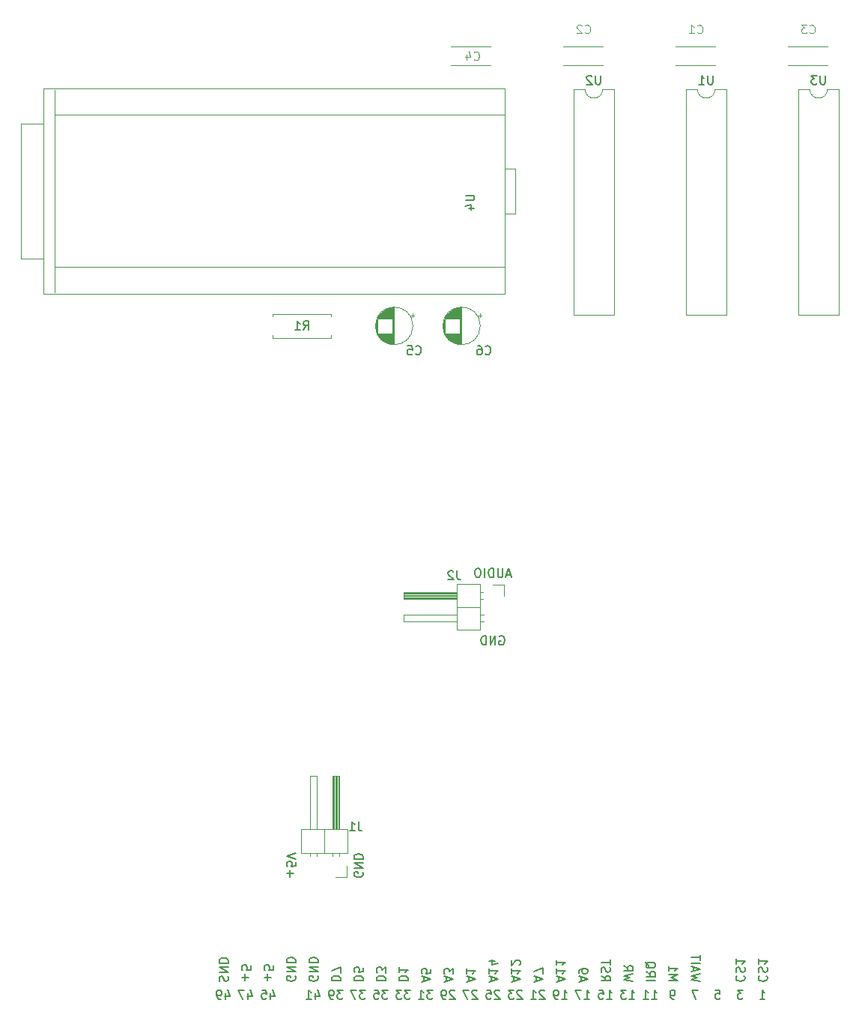
<source format=gbo>
G04 #@! TF.GenerationSoftware,KiCad,Pcbnew,(6.0.9)*
G04 #@! TF.CreationDate,2024-04-26T19:01:12+02:00*
G04 #@! TF.ProjectId,Cartucho_MSX_LCD_Tang_Nano_20k,43617274-7563-4686-9f5f-4d53585f4c43,rev?*
G04 #@! TF.SameCoordinates,Original*
G04 #@! TF.FileFunction,Legend,Bot*
G04 #@! TF.FilePolarity,Positive*
%FSLAX46Y46*%
G04 Gerber Fmt 4.6, Leading zero omitted, Abs format (unit mm)*
G04 Created by KiCad (PCBNEW (6.0.9)) date 2024-04-26 19:01:12*
%MOMM*%
%LPD*%
G01*
G04 APERTURE LIST*
%ADD10C,0.150000*%
%ADD11C,0.096520*%
%ADD12C,0.120000*%
%ADD13C,0.100000*%
%ADD14C,4.900000*%
%ADD15R,1.270000X7.620000*%
%ADD16C,1.600000*%
%ADD17O,1.600000X1.600000*%
%ADD18R,2.400000X1.600000*%
%ADD19O,2.400000X1.600000*%
%ADD20R,1.200000X1.200000*%
%ADD21C,1.200000*%
%ADD22R,1.700000X1.700000*%
%ADD23O,1.700000X1.700000*%
%ADD24R,1.600000X2.400000*%
%ADD25O,1.600000X2.400000*%
G04 APERTURE END LIST*
D10*
X141954285Y-152217380D02*
X142525714Y-152217380D01*
X142240000Y-152217380D02*
X142240000Y-151217380D01*
X142335238Y-151360238D01*
X142430476Y-151455476D01*
X142525714Y-151503095D01*
X131627619Y-150159404D02*
X132627619Y-150159404D01*
X131913333Y-149826071D01*
X132627619Y-149492738D01*
X131627619Y-149492738D01*
X131627619Y-148492738D02*
X131627619Y-149064166D01*
X131627619Y-148778452D02*
X132627619Y-148778452D01*
X132484761Y-148873690D01*
X132389523Y-148968928D01*
X132341904Y-149064166D01*
X103973333Y-150207023D02*
X103973333Y-149730833D01*
X103687619Y-150302261D02*
X104687619Y-149968928D01*
X103687619Y-149635595D01*
X104687619Y-148826071D02*
X104687619Y-149302261D01*
X104211428Y-149349880D01*
X104259047Y-149302261D01*
X104306666Y-149207023D01*
X104306666Y-148968928D01*
X104259047Y-148873690D01*
X104211428Y-148826071D01*
X104116190Y-148778452D01*
X103878095Y-148778452D01*
X103782857Y-148826071D01*
X103735238Y-148873690D01*
X103687619Y-148968928D01*
X103687619Y-149207023D01*
X103735238Y-149302261D01*
X103782857Y-149349880D01*
X115061904Y-151312619D02*
X115014285Y-151265000D01*
X114919047Y-151217380D01*
X114680952Y-151217380D01*
X114585714Y-151265000D01*
X114538095Y-151312619D01*
X114490476Y-151407857D01*
X114490476Y-151503095D01*
X114538095Y-151645952D01*
X115109523Y-152217380D01*
X114490476Y-152217380D01*
X114157142Y-151217380D02*
X113538095Y-151217380D01*
X113871428Y-151598333D01*
X113728571Y-151598333D01*
X113633333Y-151645952D01*
X113585714Y-151693571D01*
X113538095Y-151788809D01*
X113538095Y-152026904D01*
X113585714Y-152122142D01*
X113633333Y-152169761D01*
X113728571Y-152217380D01*
X114014285Y-152217380D01*
X114109523Y-152169761D01*
X114157142Y-152122142D01*
X98607619Y-150159404D02*
X99607619Y-150159404D01*
X99607619Y-149921309D01*
X99560000Y-149778452D01*
X99464761Y-149683214D01*
X99369523Y-149635595D01*
X99179047Y-149587976D01*
X99036190Y-149587976D01*
X98845714Y-149635595D01*
X98750476Y-149683214D01*
X98655238Y-149778452D01*
X98607619Y-149921309D01*
X98607619Y-150159404D01*
X99607619Y-149254642D02*
X99607619Y-148635595D01*
X99226666Y-148968928D01*
X99226666Y-148826071D01*
X99179047Y-148730833D01*
X99131428Y-148683214D01*
X99036190Y-148635595D01*
X98798095Y-148635595D01*
X98702857Y-148683214D01*
X98655238Y-148730833D01*
X98607619Y-148826071D01*
X98607619Y-149111785D01*
X98655238Y-149207023D01*
X98702857Y-149254642D01*
X83748571Y-150159404D02*
X83748571Y-149397500D01*
X83367619Y-149778452D02*
X84129523Y-149778452D01*
X84367619Y-148445119D02*
X84367619Y-148921309D01*
X83891428Y-148968928D01*
X83939047Y-148921309D01*
X83986666Y-148826071D01*
X83986666Y-148587976D01*
X83939047Y-148492738D01*
X83891428Y-148445119D01*
X83796190Y-148397500D01*
X83558095Y-148397500D01*
X83462857Y-148445119D01*
X83415238Y-148492738D01*
X83367619Y-148587976D01*
X83367619Y-148826071D01*
X83415238Y-148921309D01*
X83462857Y-148968928D01*
X132270476Y-152217380D02*
X132080000Y-152217380D01*
X131984761Y-152169761D01*
X131937142Y-152122142D01*
X131841904Y-151979285D01*
X131794285Y-151788809D01*
X131794285Y-151407857D01*
X131841904Y-151312619D01*
X131889523Y-151265000D01*
X131984761Y-151217380D01*
X132175238Y-151217380D01*
X132270476Y-151265000D01*
X132318095Y-151312619D01*
X132365714Y-151407857D01*
X132365714Y-151645952D01*
X132318095Y-151741190D01*
X132270476Y-151788809D01*
X132175238Y-151836428D01*
X131984761Y-151836428D01*
X131889523Y-151788809D01*
X131841904Y-151741190D01*
X131794285Y-151645952D01*
X88828571Y-138445714D02*
X88828571Y-137683809D01*
X88447619Y-138064761D02*
X89209523Y-138064761D01*
X89447619Y-136731428D02*
X89447619Y-137207619D01*
X88971428Y-137255238D01*
X89019047Y-137207619D01*
X89066666Y-137112380D01*
X89066666Y-136874285D01*
X89019047Y-136779047D01*
X88971428Y-136731428D01*
X88876190Y-136683809D01*
X88638095Y-136683809D01*
X88542857Y-136731428D01*
X88495238Y-136779047D01*
X88447619Y-136874285D01*
X88447619Y-137112380D01*
X88495238Y-137207619D01*
X88542857Y-137255238D01*
X89447619Y-136398095D02*
X88447619Y-136064761D01*
X89447619Y-135731428D01*
X112521904Y-111260000D02*
X112617142Y-111212380D01*
X112760000Y-111212380D01*
X112902857Y-111260000D01*
X112998095Y-111355238D01*
X113045714Y-111450476D01*
X113093333Y-111640952D01*
X113093333Y-111783809D01*
X113045714Y-111974285D01*
X112998095Y-112069523D01*
X112902857Y-112164761D01*
X112760000Y-112212380D01*
X112664761Y-112212380D01*
X112521904Y-112164761D01*
X112474285Y-112117142D01*
X112474285Y-111783809D01*
X112664761Y-111783809D01*
X112045714Y-112212380D02*
X112045714Y-111212380D01*
X111474285Y-112212380D01*
X111474285Y-111212380D01*
X110998095Y-112212380D02*
X110998095Y-111212380D01*
X110760000Y-111212380D01*
X110617142Y-111260000D01*
X110521904Y-111355238D01*
X110474285Y-111450476D01*
X110426666Y-111640952D01*
X110426666Y-111783809D01*
X110474285Y-111974285D01*
X110521904Y-112069523D01*
X110617142Y-112164761D01*
X110760000Y-112212380D01*
X110998095Y-112212380D01*
X96067619Y-150159404D02*
X97067619Y-150159404D01*
X97067619Y-149921309D01*
X97020000Y-149778452D01*
X96924761Y-149683214D01*
X96829523Y-149635595D01*
X96639047Y-149587976D01*
X96496190Y-149587976D01*
X96305714Y-149635595D01*
X96210476Y-149683214D01*
X96115238Y-149778452D01*
X96067619Y-149921309D01*
X96067619Y-150159404D01*
X97067619Y-148683214D02*
X97067619Y-149159404D01*
X96591428Y-149207023D01*
X96639047Y-149159404D01*
X96686666Y-149064166D01*
X96686666Y-148826071D01*
X96639047Y-148730833D01*
X96591428Y-148683214D01*
X96496190Y-148635595D01*
X96258095Y-148635595D01*
X96162857Y-148683214D01*
X96115238Y-148730833D01*
X96067619Y-148826071D01*
X96067619Y-149064166D01*
X96115238Y-149159404D01*
X96162857Y-149207023D01*
X136921904Y-151217380D02*
X137398095Y-151217380D01*
X137445714Y-151693571D01*
X137398095Y-151645952D01*
X137302857Y-151598333D01*
X137064761Y-151598333D01*
X136969523Y-151645952D01*
X136921904Y-151693571D01*
X136874285Y-151788809D01*
X136874285Y-152026904D01*
X136921904Y-152122142D01*
X136969523Y-152169761D01*
X137064761Y-152217380D01*
X137302857Y-152217380D01*
X137398095Y-152169761D01*
X137445714Y-152122142D01*
X80875238Y-150207023D02*
X80827619Y-150064166D01*
X80827619Y-149826071D01*
X80875238Y-149730833D01*
X80922857Y-149683214D01*
X81018095Y-149635595D01*
X81113333Y-149635595D01*
X81208571Y-149683214D01*
X81256190Y-149730833D01*
X81303809Y-149826071D01*
X81351428Y-150016547D01*
X81399047Y-150111785D01*
X81446666Y-150159404D01*
X81541904Y-150207023D01*
X81637142Y-150207023D01*
X81732380Y-150159404D01*
X81780000Y-150111785D01*
X81827619Y-150016547D01*
X81827619Y-149778452D01*
X81780000Y-149635595D01*
X80827619Y-149207023D02*
X81827619Y-149207023D01*
X80827619Y-148635595D01*
X81827619Y-148635595D01*
X80827619Y-148159404D02*
X81827619Y-148159404D01*
X81827619Y-147921309D01*
X81780000Y-147778452D01*
X81684761Y-147683214D01*
X81589523Y-147635595D01*
X81399047Y-147587976D01*
X81256190Y-147587976D01*
X81065714Y-147635595D01*
X80970476Y-147683214D01*
X80875238Y-147778452D01*
X80827619Y-147921309D01*
X80827619Y-148159404D01*
X121753333Y-150207023D02*
X121753333Y-149730833D01*
X121467619Y-150302261D02*
X122467619Y-149968928D01*
X121467619Y-149635595D01*
X121467619Y-149254642D02*
X121467619Y-149064166D01*
X121515238Y-148968928D01*
X121562857Y-148921309D01*
X121705714Y-148826071D01*
X121896190Y-148778452D01*
X122277142Y-148778452D01*
X122372380Y-148826071D01*
X122420000Y-148873690D01*
X122467619Y-148968928D01*
X122467619Y-149159404D01*
X122420000Y-149254642D01*
X122372380Y-149302261D01*
X122277142Y-149349880D01*
X122039047Y-149349880D01*
X121943809Y-149302261D01*
X121896190Y-149254642D01*
X121848571Y-149159404D01*
X121848571Y-148968928D01*
X121896190Y-148873690D01*
X121943809Y-148826071D01*
X122039047Y-148778452D01*
X124007619Y-149587976D02*
X124483809Y-149921309D01*
X124007619Y-150159404D02*
X125007619Y-150159404D01*
X125007619Y-149778452D01*
X124960000Y-149683214D01*
X124912380Y-149635595D01*
X124817142Y-149587976D01*
X124674285Y-149587976D01*
X124579047Y-149635595D01*
X124531428Y-149683214D01*
X124483809Y-149778452D01*
X124483809Y-150159404D01*
X124055238Y-149207023D02*
X124007619Y-149064166D01*
X124007619Y-148826071D01*
X124055238Y-148730833D01*
X124102857Y-148683214D01*
X124198095Y-148635595D01*
X124293333Y-148635595D01*
X124388571Y-148683214D01*
X124436190Y-148730833D01*
X124483809Y-148826071D01*
X124531428Y-149016547D01*
X124579047Y-149111785D01*
X124626666Y-149159404D01*
X124721904Y-149207023D01*
X124817142Y-149207023D01*
X124912380Y-149159404D01*
X124960000Y-149111785D01*
X125007619Y-149016547D01*
X125007619Y-148778452D01*
X124960000Y-148635595D01*
X125007619Y-148349880D02*
X125007619Y-147778452D01*
X124007619Y-148064166D02*
X125007619Y-148064166D01*
X139342857Y-149587976D02*
X139295238Y-149635595D01*
X139247619Y-149778452D01*
X139247619Y-149873690D01*
X139295238Y-150016547D01*
X139390476Y-150111785D01*
X139485714Y-150159404D01*
X139676190Y-150207023D01*
X139819047Y-150207023D01*
X140009523Y-150159404D01*
X140104761Y-150111785D01*
X140200000Y-150016547D01*
X140247619Y-149873690D01*
X140247619Y-149778452D01*
X140200000Y-149635595D01*
X140152380Y-149587976D01*
X139295238Y-149207023D02*
X139247619Y-149064166D01*
X139247619Y-148826071D01*
X139295238Y-148730833D01*
X139342857Y-148683214D01*
X139438095Y-148635595D01*
X139533333Y-148635595D01*
X139628571Y-148683214D01*
X139676190Y-148730833D01*
X139723809Y-148826071D01*
X139771428Y-149016547D01*
X139819047Y-149111785D01*
X139866666Y-149159404D01*
X139961904Y-149207023D01*
X140057142Y-149207023D01*
X140152380Y-149159404D01*
X140200000Y-149111785D01*
X140247619Y-149016547D01*
X140247619Y-148778452D01*
X140200000Y-148635595D01*
X139247619Y-147683214D02*
X139247619Y-148254642D01*
X139247619Y-147968928D02*
X140247619Y-147968928D01*
X140104761Y-148064166D01*
X140009523Y-148159404D01*
X139961904Y-148254642D01*
X140152380Y-147302261D02*
X140200000Y-147254642D01*
X140247619Y-147159404D01*
X140247619Y-146921309D01*
X140200000Y-146826071D01*
X140152380Y-146778452D01*
X140057142Y-146730833D01*
X139961904Y-146730833D01*
X139819047Y-146778452D01*
X139247619Y-147349880D01*
X139247619Y-146730833D01*
X101147619Y-150159404D02*
X102147619Y-150159404D01*
X102147619Y-149921309D01*
X102100000Y-149778452D01*
X102004761Y-149683214D01*
X101909523Y-149635595D01*
X101719047Y-149587976D01*
X101576190Y-149587976D01*
X101385714Y-149635595D01*
X101290476Y-149683214D01*
X101195238Y-149778452D01*
X101147619Y-149921309D01*
X101147619Y-150159404D01*
X101147619Y-148635595D02*
X101147619Y-149207023D01*
X101147619Y-148921309D02*
X102147619Y-148921309D01*
X102004761Y-149016547D01*
X101909523Y-149111785D01*
X101861904Y-149207023D01*
X117601904Y-151312619D02*
X117554285Y-151265000D01*
X117459047Y-151217380D01*
X117220952Y-151217380D01*
X117125714Y-151265000D01*
X117078095Y-151312619D01*
X117030476Y-151407857D01*
X117030476Y-151503095D01*
X117078095Y-151645952D01*
X117649523Y-152217380D01*
X117030476Y-152217380D01*
X116078095Y-152217380D02*
X116649523Y-152217380D01*
X116363809Y-152217380D02*
X116363809Y-151217380D01*
X116459047Y-151360238D01*
X116554285Y-151455476D01*
X116649523Y-151503095D01*
X91725714Y-151550714D02*
X91725714Y-152217380D01*
X91963809Y-151169761D02*
X92201904Y-151884047D01*
X91582857Y-151884047D01*
X90678095Y-152217380D02*
X91249523Y-152217380D01*
X90963809Y-152217380D02*
X90963809Y-151217380D01*
X91059047Y-151360238D01*
X91154285Y-151455476D01*
X91249523Y-151503095D01*
X94789523Y-151217380D02*
X94170476Y-151217380D01*
X94503809Y-151598333D01*
X94360952Y-151598333D01*
X94265714Y-151645952D01*
X94218095Y-151693571D01*
X94170476Y-151788809D01*
X94170476Y-152026904D01*
X94218095Y-152122142D01*
X94265714Y-152169761D01*
X94360952Y-152217380D01*
X94646666Y-152217380D01*
X94741904Y-152169761D01*
X94789523Y-152122142D01*
X93694285Y-152217380D02*
X93503809Y-152217380D01*
X93408571Y-152169761D01*
X93360952Y-152122142D01*
X93265714Y-151979285D01*
X93218095Y-151788809D01*
X93218095Y-151407857D01*
X93265714Y-151312619D01*
X93313333Y-151265000D01*
X93408571Y-151217380D01*
X93599047Y-151217380D01*
X93694285Y-151265000D01*
X93741904Y-151312619D01*
X93789523Y-151407857D01*
X93789523Y-151645952D01*
X93741904Y-151741190D01*
X93694285Y-151788809D01*
X93599047Y-151836428D01*
X93408571Y-151836428D01*
X93313333Y-151788809D01*
X93265714Y-151741190D01*
X93218095Y-151645952D01*
X127547619Y-150254642D02*
X126547619Y-150016547D01*
X127261904Y-149826071D01*
X126547619Y-149635595D01*
X127547619Y-149397500D01*
X126547619Y-148445119D02*
X127023809Y-148778452D01*
X126547619Y-149016547D02*
X127547619Y-149016547D01*
X127547619Y-148635595D01*
X127500000Y-148540357D01*
X127452380Y-148492738D01*
X127357142Y-148445119D01*
X127214285Y-148445119D01*
X127119047Y-148492738D01*
X127071428Y-148540357D01*
X127023809Y-148635595D01*
X127023809Y-149016547D01*
X140033333Y-151217380D02*
X139414285Y-151217380D01*
X139747619Y-151598333D01*
X139604761Y-151598333D01*
X139509523Y-151645952D01*
X139461904Y-151693571D01*
X139414285Y-151788809D01*
X139414285Y-152026904D01*
X139461904Y-152122142D01*
X139509523Y-152169761D01*
X139604761Y-152217380D01*
X139890476Y-152217380D01*
X139985714Y-152169761D01*
X140033333Y-152122142D01*
X124650476Y-152217380D02*
X125221904Y-152217380D01*
X124936190Y-152217380D02*
X124936190Y-151217380D01*
X125031428Y-151360238D01*
X125126666Y-151455476D01*
X125221904Y-151503095D01*
X123745714Y-151217380D02*
X124221904Y-151217380D01*
X124269523Y-151693571D01*
X124221904Y-151645952D01*
X124126666Y-151598333D01*
X123888571Y-151598333D01*
X123793333Y-151645952D01*
X123745714Y-151693571D01*
X123698095Y-151788809D01*
X123698095Y-152026904D01*
X123745714Y-152122142D01*
X123793333Y-152169761D01*
X123888571Y-152217380D01*
X124126666Y-152217380D01*
X124221904Y-152169761D01*
X124269523Y-152122142D01*
X112521904Y-151312619D02*
X112474285Y-151265000D01*
X112379047Y-151217380D01*
X112140952Y-151217380D01*
X112045714Y-151265000D01*
X111998095Y-151312619D01*
X111950476Y-151407857D01*
X111950476Y-151503095D01*
X111998095Y-151645952D01*
X112569523Y-152217380D01*
X111950476Y-152217380D01*
X111045714Y-151217380D02*
X111521904Y-151217380D01*
X111569523Y-151693571D01*
X111521904Y-151645952D01*
X111426666Y-151598333D01*
X111188571Y-151598333D01*
X111093333Y-151645952D01*
X111045714Y-151693571D01*
X110998095Y-151788809D01*
X110998095Y-152026904D01*
X111045714Y-152122142D01*
X111093333Y-152169761D01*
X111188571Y-152217380D01*
X111426666Y-152217380D01*
X111521904Y-152169761D01*
X111569523Y-152122142D01*
X106513333Y-150207023D02*
X106513333Y-149730833D01*
X106227619Y-150302261D02*
X107227619Y-149968928D01*
X106227619Y-149635595D01*
X107227619Y-149397500D02*
X107227619Y-148778452D01*
X106846666Y-149111785D01*
X106846666Y-148968928D01*
X106799047Y-148873690D01*
X106751428Y-148826071D01*
X106656190Y-148778452D01*
X106418095Y-148778452D01*
X106322857Y-148826071D01*
X106275238Y-148873690D01*
X106227619Y-148968928D01*
X106227619Y-149254642D01*
X106275238Y-149349880D01*
X106322857Y-149397500D01*
X113783809Y-104306666D02*
X113307619Y-104306666D01*
X113879047Y-104592380D02*
X113545714Y-103592380D01*
X113212380Y-104592380D01*
X112879047Y-103592380D02*
X112879047Y-104401904D01*
X112831428Y-104497142D01*
X112783809Y-104544761D01*
X112688571Y-104592380D01*
X112498095Y-104592380D01*
X112402857Y-104544761D01*
X112355238Y-104497142D01*
X112307619Y-104401904D01*
X112307619Y-103592380D01*
X111831428Y-104592380D02*
X111831428Y-103592380D01*
X111593333Y-103592380D01*
X111450476Y-103640000D01*
X111355238Y-103735238D01*
X111307619Y-103830476D01*
X111260000Y-104020952D01*
X111260000Y-104163809D01*
X111307619Y-104354285D01*
X111355238Y-104449523D01*
X111450476Y-104544761D01*
X111593333Y-104592380D01*
X111831428Y-104592380D01*
X110831428Y-104592380D02*
X110831428Y-103592380D01*
X110164761Y-103592380D02*
X109974285Y-103592380D01*
X109879047Y-103640000D01*
X109783809Y-103735238D01*
X109736190Y-103925714D01*
X109736190Y-104259047D01*
X109783809Y-104449523D01*
X109879047Y-104544761D01*
X109974285Y-104592380D01*
X110164761Y-104592380D01*
X110260000Y-104544761D01*
X110355238Y-104449523D01*
X110402857Y-104259047D01*
X110402857Y-103925714D01*
X110355238Y-103735238D01*
X110260000Y-103640000D01*
X110164761Y-103592380D01*
X127190476Y-152217380D02*
X127761904Y-152217380D01*
X127476190Y-152217380D02*
X127476190Y-151217380D01*
X127571428Y-151360238D01*
X127666666Y-151455476D01*
X127761904Y-151503095D01*
X126857142Y-151217380D02*
X126238095Y-151217380D01*
X126571428Y-151598333D01*
X126428571Y-151598333D01*
X126333333Y-151645952D01*
X126285714Y-151693571D01*
X126238095Y-151788809D01*
X126238095Y-152026904D01*
X126285714Y-152122142D01*
X126333333Y-152169761D01*
X126428571Y-152217380D01*
X126714285Y-152217380D01*
X126809523Y-152169761D01*
X126857142Y-152122142D01*
X89400000Y-149635595D02*
X89447619Y-149730833D01*
X89447619Y-149873690D01*
X89400000Y-150016547D01*
X89304761Y-150111785D01*
X89209523Y-150159404D01*
X89019047Y-150207023D01*
X88876190Y-150207023D01*
X88685714Y-150159404D01*
X88590476Y-150111785D01*
X88495238Y-150016547D01*
X88447619Y-149873690D01*
X88447619Y-149778452D01*
X88495238Y-149635595D01*
X88542857Y-149587976D01*
X88876190Y-149587976D01*
X88876190Y-149778452D01*
X88447619Y-149159404D02*
X89447619Y-149159404D01*
X88447619Y-148587976D01*
X89447619Y-148587976D01*
X88447619Y-148111785D02*
X89447619Y-148111785D01*
X89447619Y-147873690D01*
X89400000Y-147730833D01*
X89304761Y-147635595D01*
X89209523Y-147587976D01*
X89019047Y-147540357D01*
X88876190Y-147540357D01*
X88685714Y-147587976D01*
X88590476Y-147635595D01*
X88495238Y-147730833D01*
X88447619Y-147873690D01*
X88447619Y-148111785D01*
X141882857Y-149587976D02*
X141835238Y-149635595D01*
X141787619Y-149778452D01*
X141787619Y-149873690D01*
X141835238Y-150016547D01*
X141930476Y-150111785D01*
X142025714Y-150159404D01*
X142216190Y-150207023D01*
X142359047Y-150207023D01*
X142549523Y-150159404D01*
X142644761Y-150111785D01*
X142740000Y-150016547D01*
X142787619Y-149873690D01*
X142787619Y-149778452D01*
X142740000Y-149635595D01*
X142692380Y-149587976D01*
X141835238Y-149207023D02*
X141787619Y-149064166D01*
X141787619Y-148826071D01*
X141835238Y-148730833D01*
X141882857Y-148683214D01*
X141978095Y-148635595D01*
X142073333Y-148635595D01*
X142168571Y-148683214D01*
X142216190Y-148730833D01*
X142263809Y-148826071D01*
X142311428Y-149016547D01*
X142359047Y-149111785D01*
X142406666Y-149159404D01*
X142501904Y-149207023D01*
X142597142Y-149207023D01*
X142692380Y-149159404D01*
X142740000Y-149111785D01*
X142787619Y-149016547D01*
X142787619Y-148778452D01*
X142740000Y-148635595D01*
X141787619Y-147683214D02*
X141787619Y-148254642D01*
X141787619Y-147968928D02*
X142787619Y-147968928D01*
X142644761Y-148064166D01*
X142549523Y-148159404D01*
X142501904Y-148254642D01*
X116673333Y-150207023D02*
X116673333Y-149730833D01*
X116387619Y-150302261D02*
X117387619Y-149968928D01*
X116387619Y-149635595D01*
X117387619Y-149397500D02*
X117387619Y-148730833D01*
X116387619Y-149159404D01*
X86645714Y-151550714D02*
X86645714Y-152217380D01*
X86883809Y-151169761D02*
X87121904Y-151884047D01*
X86502857Y-151884047D01*
X85645714Y-151217380D02*
X86121904Y-151217380D01*
X86169523Y-151693571D01*
X86121904Y-151645952D01*
X86026666Y-151598333D01*
X85788571Y-151598333D01*
X85693333Y-151645952D01*
X85645714Y-151693571D01*
X85598095Y-151788809D01*
X85598095Y-152026904D01*
X85645714Y-152122142D01*
X85693333Y-152169761D01*
X85788571Y-152217380D01*
X86026666Y-152217380D01*
X86121904Y-152169761D01*
X86169523Y-152122142D01*
X134953333Y-151217380D02*
X134286666Y-151217380D01*
X134715238Y-152217380D01*
X129087619Y-150159404D02*
X130087619Y-150159404D01*
X129087619Y-149111785D02*
X129563809Y-149445119D01*
X129087619Y-149683214D02*
X130087619Y-149683214D01*
X130087619Y-149302261D01*
X130040000Y-149207023D01*
X129992380Y-149159404D01*
X129897142Y-149111785D01*
X129754285Y-149111785D01*
X129659047Y-149159404D01*
X129611428Y-149207023D01*
X129563809Y-149302261D01*
X129563809Y-149683214D01*
X128992380Y-148016547D02*
X129040000Y-148111785D01*
X129135238Y-148207023D01*
X129278095Y-148349880D01*
X129325714Y-148445119D01*
X129325714Y-148540357D01*
X129087619Y-148492738D02*
X129135238Y-148587976D01*
X129230476Y-148683214D01*
X129420952Y-148730833D01*
X129754285Y-148730833D01*
X129944761Y-148683214D01*
X130040000Y-148587976D01*
X130087619Y-148492738D01*
X130087619Y-148302261D01*
X130040000Y-148207023D01*
X129944761Y-148111785D01*
X129754285Y-148064166D01*
X129420952Y-148064166D01*
X129230476Y-148111785D01*
X129135238Y-148207023D01*
X129087619Y-148302261D01*
X129087619Y-148492738D01*
X104949523Y-151217380D02*
X104330476Y-151217380D01*
X104663809Y-151598333D01*
X104520952Y-151598333D01*
X104425714Y-151645952D01*
X104378095Y-151693571D01*
X104330476Y-151788809D01*
X104330476Y-152026904D01*
X104378095Y-152122142D01*
X104425714Y-152169761D01*
X104520952Y-152217380D01*
X104806666Y-152217380D01*
X104901904Y-152169761D01*
X104949523Y-152122142D01*
X103378095Y-152217380D02*
X103949523Y-152217380D01*
X103663809Y-152217380D02*
X103663809Y-151217380D01*
X103759047Y-151360238D01*
X103854285Y-151455476D01*
X103949523Y-151503095D01*
X111593333Y-150207023D02*
X111593333Y-149730833D01*
X111307619Y-150302261D02*
X112307619Y-149968928D01*
X111307619Y-149635595D01*
X111307619Y-148778452D02*
X111307619Y-149349880D01*
X111307619Y-149064166D02*
X112307619Y-149064166D01*
X112164761Y-149159404D01*
X112069523Y-149254642D01*
X112021904Y-149349880D01*
X111974285Y-147921309D02*
X111307619Y-147921309D01*
X112355238Y-148159404D02*
X111640952Y-148397500D01*
X111640952Y-147778452D01*
X114133333Y-150207023D02*
X114133333Y-149730833D01*
X113847619Y-150302261D02*
X114847619Y-149968928D01*
X113847619Y-149635595D01*
X113847619Y-148778452D02*
X113847619Y-149349880D01*
X113847619Y-149064166D02*
X114847619Y-149064166D01*
X114704761Y-149159404D01*
X114609523Y-149254642D01*
X114561904Y-149349880D01*
X114752380Y-148397500D02*
X114800000Y-148349880D01*
X114847619Y-148254642D01*
X114847619Y-148016547D01*
X114800000Y-147921309D01*
X114752380Y-147873690D01*
X114657142Y-147826071D01*
X114561904Y-147826071D01*
X114419047Y-147873690D01*
X113847619Y-148445119D01*
X113847619Y-147826071D01*
X109053333Y-150207023D02*
X109053333Y-149730833D01*
X108767619Y-150302261D02*
X109767619Y-149968928D01*
X108767619Y-149635595D01*
X108767619Y-148778452D02*
X108767619Y-149349880D01*
X108767619Y-149064166D02*
X109767619Y-149064166D01*
X109624761Y-149159404D01*
X109529523Y-149254642D01*
X109481904Y-149349880D01*
X91940000Y-149635595D02*
X91987619Y-149730833D01*
X91987619Y-149873690D01*
X91940000Y-150016547D01*
X91844761Y-150111785D01*
X91749523Y-150159404D01*
X91559047Y-150207023D01*
X91416190Y-150207023D01*
X91225714Y-150159404D01*
X91130476Y-150111785D01*
X91035238Y-150016547D01*
X90987619Y-149873690D01*
X90987619Y-149778452D01*
X91035238Y-149635595D01*
X91082857Y-149587976D01*
X91416190Y-149587976D01*
X91416190Y-149778452D01*
X90987619Y-149159404D02*
X91987619Y-149159404D01*
X90987619Y-148587976D01*
X91987619Y-148587976D01*
X90987619Y-148111785D02*
X91987619Y-148111785D01*
X91987619Y-147873690D01*
X91940000Y-147730833D01*
X91844761Y-147635595D01*
X91749523Y-147587976D01*
X91559047Y-147540357D01*
X91416190Y-147540357D01*
X91225714Y-147587976D01*
X91130476Y-147635595D01*
X91035238Y-147730833D01*
X90987619Y-147873690D01*
X90987619Y-148111785D01*
X102409523Y-151217380D02*
X101790476Y-151217380D01*
X102123809Y-151598333D01*
X101980952Y-151598333D01*
X101885714Y-151645952D01*
X101838095Y-151693571D01*
X101790476Y-151788809D01*
X101790476Y-152026904D01*
X101838095Y-152122142D01*
X101885714Y-152169761D01*
X101980952Y-152217380D01*
X102266666Y-152217380D01*
X102361904Y-152169761D01*
X102409523Y-152122142D01*
X101457142Y-151217380D02*
X100838095Y-151217380D01*
X101171428Y-151598333D01*
X101028571Y-151598333D01*
X100933333Y-151645952D01*
X100885714Y-151693571D01*
X100838095Y-151788809D01*
X100838095Y-152026904D01*
X100885714Y-152122142D01*
X100933333Y-152169761D01*
X101028571Y-152217380D01*
X101314285Y-152217380D01*
X101409523Y-152169761D01*
X101457142Y-152122142D01*
X97020000Y-137921904D02*
X97067619Y-138017142D01*
X97067619Y-138160000D01*
X97020000Y-138302857D01*
X96924761Y-138398095D01*
X96829523Y-138445714D01*
X96639047Y-138493333D01*
X96496190Y-138493333D01*
X96305714Y-138445714D01*
X96210476Y-138398095D01*
X96115238Y-138302857D01*
X96067619Y-138160000D01*
X96067619Y-138064761D01*
X96115238Y-137921904D01*
X96162857Y-137874285D01*
X96496190Y-137874285D01*
X96496190Y-138064761D01*
X96067619Y-137445714D02*
X97067619Y-137445714D01*
X96067619Y-136874285D01*
X97067619Y-136874285D01*
X96067619Y-136398095D02*
X97067619Y-136398095D01*
X97067619Y-136160000D01*
X97020000Y-136017142D01*
X96924761Y-135921904D01*
X96829523Y-135874285D01*
X96639047Y-135826666D01*
X96496190Y-135826666D01*
X96305714Y-135874285D01*
X96210476Y-135921904D01*
X96115238Y-136017142D01*
X96067619Y-136160000D01*
X96067619Y-136398095D01*
X99869523Y-151217380D02*
X99250476Y-151217380D01*
X99583809Y-151598333D01*
X99440952Y-151598333D01*
X99345714Y-151645952D01*
X99298095Y-151693571D01*
X99250476Y-151788809D01*
X99250476Y-152026904D01*
X99298095Y-152122142D01*
X99345714Y-152169761D01*
X99440952Y-152217380D01*
X99726666Y-152217380D01*
X99821904Y-152169761D01*
X99869523Y-152122142D01*
X98345714Y-151217380D02*
X98821904Y-151217380D01*
X98869523Y-151693571D01*
X98821904Y-151645952D01*
X98726666Y-151598333D01*
X98488571Y-151598333D01*
X98393333Y-151645952D01*
X98345714Y-151693571D01*
X98298095Y-151788809D01*
X98298095Y-152026904D01*
X98345714Y-152122142D01*
X98393333Y-152169761D01*
X98488571Y-152217380D01*
X98726666Y-152217380D01*
X98821904Y-152169761D01*
X98869523Y-152122142D01*
X97329523Y-151217380D02*
X96710476Y-151217380D01*
X97043809Y-151598333D01*
X96900952Y-151598333D01*
X96805714Y-151645952D01*
X96758095Y-151693571D01*
X96710476Y-151788809D01*
X96710476Y-152026904D01*
X96758095Y-152122142D01*
X96805714Y-152169761D01*
X96900952Y-152217380D01*
X97186666Y-152217380D01*
X97281904Y-152169761D01*
X97329523Y-152122142D01*
X96377142Y-151217380D02*
X95710476Y-151217380D01*
X96139047Y-152217380D01*
X119213333Y-150207023D02*
X119213333Y-149730833D01*
X118927619Y-150302261D02*
X119927619Y-149968928D01*
X118927619Y-149635595D01*
X118927619Y-148778452D02*
X118927619Y-149349880D01*
X118927619Y-149064166D02*
X119927619Y-149064166D01*
X119784761Y-149159404D01*
X119689523Y-149254642D01*
X119641904Y-149349880D01*
X118927619Y-147826071D02*
X118927619Y-148397500D01*
X118927619Y-148111785D02*
X119927619Y-148111785D01*
X119784761Y-148207023D01*
X119689523Y-148302261D01*
X119641904Y-148397500D01*
X135167619Y-150254642D02*
X134167619Y-150016547D01*
X134881904Y-149826071D01*
X134167619Y-149635595D01*
X135167619Y-149397500D01*
X134453333Y-149064166D02*
X134453333Y-148587976D01*
X134167619Y-149159404D02*
X135167619Y-148826071D01*
X134167619Y-148492738D01*
X134167619Y-148159404D02*
X135167619Y-148159404D01*
X135167619Y-147826071D02*
X135167619Y-147254642D01*
X134167619Y-147540357D02*
X135167619Y-147540357D01*
X129730476Y-152217380D02*
X130301904Y-152217380D01*
X130016190Y-152217380D02*
X130016190Y-151217380D01*
X130111428Y-151360238D01*
X130206666Y-151455476D01*
X130301904Y-151503095D01*
X128778095Y-152217380D02*
X129349523Y-152217380D01*
X129063809Y-152217380D02*
X129063809Y-151217380D01*
X129159047Y-151360238D01*
X129254285Y-151455476D01*
X129349523Y-151503095D01*
X84105714Y-151550714D02*
X84105714Y-152217380D01*
X84343809Y-151169761D02*
X84581904Y-151884047D01*
X83962857Y-151884047D01*
X83677142Y-151217380D02*
X83010476Y-151217380D01*
X83439047Y-152217380D01*
X122110476Y-152217380D02*
X122681904Y-152217380D01*
X122396190Y-152217380D02*
X122396190Y-151217380D01*
X122491428Y-151360238D01*
X122586666Y-151455476D01*
X122681904Y-151503095D01*
X121777142Y-151217380D02*
X121110476Y-151217380D01*
X121539047Y-152217380D01*
X119570476Y-152217380D02*
X120141904Y-152217380D01*
X119856190Y-152217380D02*
X119856190Y-151217380D01*
X119951428Y-151360238D01*
X120046666Y-151455476D01*
X120141904Y-151503095D01*
X119094285Y-152217380D02*
X118903809Y-152217380D01*
X118808571Y-152169761D01*
X118760952Y-152122142D01*
X118665714Y-151979285D01*
X118618095Y-151788809D01*
X118618095Y-151407857D01*
X118665714Y-151312619D01*
X118713333Y-151265000D01*
X118808571Y-151217380D01*
X118999047Y-151217380D01*
X119094285Y-151265000D01*
X119141904Y-151312619D01*
X119189523Y-151407857D01*
X119189523Y-151645952D01*
X119141904Y-151741190D01*
X119094285Y-151788809D01*
X118999047Y-151836428D01*
X118808571Y-151836428D01*
X118713333Y-151788809D01*
X118665714Y-151741190D01*
X118618095Y-151645952D01*
X86288571Y-150159404D02*
X86288571Y-149397500D01*
X85907619Y-149778452D02*
X86669523Y-149778452D01*
X86907619Y-148445119D02*
X86907619Y-148921309D01*
X86431428Y-148968928D01*
X86479047Y-148921309D01*
X86526666Y-148826071D01*
X86526666Y-148587976D01*
X86479047Y-148492738D01*
X86431428Y-148445119D01*
X86336190Y-148397500D01*
X86098095Y-148397500D01*
X86002857Y-148445119D01*
X85955238Y-148492738D01*
X85907619Y-148587976D01*
X85907619Y-148826071D01*
X85955238Y-148921309D01*
X86002857Y-148968928D01*
X81565714Y-151550714D02*
X81565714Y-152217380D01*
X81803809Y-151169761D02*
X82041904Y-151884047D01*
X81422857Y-151884047D01*
X80994285Y-152217380D02*
X80803809Y-152217380D01*
X80708571Y-152169761D01*
X80660952Y-152122142D01*
X80565714Y-151979285D01*
X80518095Y-151788809D01*
X80518095Y-151407857D01*
X80565714Y-151312619D01*
X80613333Y-151265000D01*
X80708571Y-151217380D01*
X80899047Y-151217380D01*
X80994285Y-151265000D01*
X81041904Y-151312619D01*
X81089523Y-151407857D01*
X81089523Y-151645952D01*
X81041904Y-151741190D01*
X80994285Y-151788809D01*
X80899047Y-151836428D01*
X80708571Y-151836428D01*
X80613333Y-151788809D01*
X80565714Y-151741190D01*
X80518095Y-151645952D01*
X109981904Y-151312619D02*
X109934285Y-151265000D01*
X109839047Y-151217380D01*
X109600952Y-151217380D01*
X109505714Y-151265000D01*
X109458095Y-151312619D01*
X109410476Y-151407857D01*
X109410476Y-151503095D01*
X109458095Y-151645952D01*
X110029523Y-152217380D01*
X109410476Y-152217380D01*
X109077142Y-151217380D02*
X108410476Y-151217380D01*
X108839047Y-152217380D01*
X107441904Y-151312619D02*
X107394285Y-151265000D01*
X107299047Y-151217380D01*
X107060952Y-151217380D01*
X106965714Y-151265000D01*
X106918095Y-151312619D01*
X106870476Y-151407857D01*
X106870476Y-151503095D01*
X106918095Y-151645952D01*
X107489523Y-152217380D01*
X106870476Y-152217380D01*
X106394285Y-152217380D02*
X106203809Y-152217380D01*
X106108571Y-152169761D01*
X106060952Y-152122142D01*
X105965714Y-151979285D01*
X105918095Y-151788809D01*
X105918095Y-151407857D01*
X105965714Y-151312619D01*
X106013333Y-151265000D01*
X106108571Y-151217380D01*
X106299047Y-151217380D01*
X106394285Y-151265000D01*
X106441904Y-151312619D01*
X106489523Y-151407857D01*
X106489523Y-151645952D01*
X106441904Y-151741190D01*
X106394285Y-151788809D01*
X106299047Y-151836428D01*
X106108571Y-151836428D01*
X106013333Y-151788809D01*
X105965714Y-151741190D01*
X105918095Y-151645952D01*
X93527619Y-150159404D02*
X94527619Y-150159404D01*
X94527619Y-149921309D01*
X94480000Y-149778452D01*
X94384761Y-149683214D01*
X94289523Y-149635595D01*
X94099047Y-149587976D01*
X93956190Y-149587976D01*
X93765714Y-149635595D01*
X93670476Y-149683214D01*
X93575238Y-149778452D01*
X93527619Y-149921309D01*
X93527619Y-150159404D01*
X94527619Y-149254642D02*
X94527619Y-148587976D01*
X93527619Y-149016547D01*
D11*
X122176503Y-43062434D02*
X122222465Y-43108396D01*
X122360351Y-43154358D01*
X122452275Y-43154358D01*
X122590160Y-43108396D01*
X122682084Y-43016472D01*
X122728046Y-42924548D01*
X122774008Y-42740700D01*
X122774008Y-42602815D01*
X122728046Y-42418967D01*
X122682084Y-42327043D01*
X122590160Y-42235120D01*
X122452275Y-42189158D01*
X122360351Y-42189158D01*
X122222465Y-42235120D01*
X122176503Y-42281081D01*
X121808808Y-42281081D02*
X121762846Y-42235120D01*
X121670922Y-42189158D01*
X121441113Y-42189158D01*
X121349189Y-42235120D01*
X121303227Y-42281081D01*
X121257265Y-42373005D01*
X121257265Y-42464929D01*
X121303227Y-42602815D01*
X121854770Y-43154358D01*
X121257265Y-43154358D01*
D10*
X90336666Y-76652380D02*
X90670000Y-76176190D01*
X90908095Y-76652380D02*
X90908095Y-75652380D01*
X90527142Y-75652380D01*
X90431904Y-75700000D01*
X90384285Y-75747619D01*
X90336666Y-75842857D01*
X90336666Y-75985714D01*
X90384285Y-76080952D01*
X90431904Y-76128571D01*
X90527142Y-76176190D01*
X90908095Y-76176190D01*
X89384285Y-76652380D02*
X89955714Y-76652380D01*
X89670000Y-76652380D02*
X89670000Y-75652380D01*
X89765238Y-75795238D01*
X89860476Y-75890476D01*
X89955714Y-75938095D01*
X123951904Y-47922380D02*
X123951904Y-48731904D01*
X123904285Y-48827142D01*
X123856666Y-48874761D01*
X123761428Y-48922380D01*
X123570952Y-48922380D01*
X123475714Y-48874761D01*
X123428095Y-48827142D01*
X123380476Y-48731904D01*
X123380476Y-47922380D01*
X122951904Y-48017619D02*
X122904285Y-47970000D01*
X122809047Y-47922380D01*
X122570952Y-47922380D01*
X122475714Y-47970000D01*
X122428095Y-48017619D01*
X122380476Y-48112857D01*
X122380476Y-48208095D01*
X122428095Y-48350952D01*
X122999523Y-48922380D01*
X122380476Y-48922380D01*
X103036666Y-79351142D02*
X103084285Y-79398761D01*
X103227142Y-79446380D01*
X103322380Y-79446380D01*
X103465238Y-79398761D01*
X103560476Y-79303523D01*
X103608095Y-79208285D01*
X103655714Y-79017809D01*
X103655714Y-78874952D01*
X103608095Y-78684476D01*
X103560476Y-78589238D01*
X103465238Y-78494000D01*
X103322380Y-78446380D01*
X103227142Y-78446380D01*
X103084285Y-78494000D01*
X103036666Y-78541619D01*
X102131904Y-78446380D02*
X102608095Y-78446380D01*
X102655714Y-78922571D01*
X102608095Y-78874952D01*
X102512857Y-78827333D01*
X102274761Y-78827333D01*
X102179523Y-78874952D01*
X102131904Y-78922571D01*
X102084285Y-79017809D01*
X102084285Y-79255904D01*
X102131904Y-79351142D01*
X102179523Y-79398761D01*
X102274761Y-79446380D01*
X102512857Y-79446380D01*
X102608095Y-79398761D01*
X102655714Y-79351142D01*
X110910666Y-79351142D02*
X110958285Y-79398761D01*
X111101142Y-79446380D01*
X111196380Y-79446380D01*
X111339238Y-79398761D01*
X111434476Y-79303523D01*
X111482095Y-79208285D01*
X111529714Y-79017809D01*
X111529714Y-78874952D01*
X111482095Y-78684476D01*
X111434476Y-78589238D01*
X111339238Y-78494000D01*
X111196380Y-78446380D01*
X111101142Y-78446380D01*
X110958285Y-78494000D01*
X110910666Y-78541619D01*
X110053523Y-78446380D02*
X110244000Y-78446380D01*
X110339238Y-78494000D01*
X110386857Y-78541619D01*
X110482095Y-78684476D01*
X110529714Y-78874952D01*
X110529714Y-79255904D01*
X110482095Y-79351142D01*
X110434476Y-79398761D01*
X110339238Y-79446380D01*
X110148761Y-79446380D01*
X110053523Y-79398761D01*
X110005904Y-79351142D01*
X109958285Y-79255904D01*
X109958285Y-79017809D01*
X110005904Y-78922571D01*
X110053523Y-78874952D01*
X110148761Y-78827333D01*
X110339238Y-78827333D01*
X110434476Y-78874952D01*
X110482095Y-78922571D01*
X110529714Y-79017809D01*
D11*
X109623823Y-46090114D02*
X109669785Y-46136076D01*
X109807671Y-46182038D01*
X109899595Y-46182038D01*
X110037480Y-46136076D01*
X110129404Y-46044152D01*
X110175366Y-45952228D01*
X110221328Y-45768380D01*
X110221328Y-45630495D01*
X110175366Y-45446647D01*
X110129404Y-45354723D01*
X110037480Y-45262800D01*
X109899595Y-45216838D01*
X109807671Y-45216838D01*
X109669785Y-45262800D01*
X109623823Y-45308761D01*
X108796509Y-45538571D02*
X108796509Y-46182038D01*
X109026318Y-45170876D02*
X109256128Y-45860304D01*
X108658623Y-45860304D01*
X147576503Y-43062434D02*
X147622465Y-43108396D01*
X147760351Y-43154358D01*
X147852275Y-43154358D01*
X147990160Y-43108396D01*
X148082084Y-43016472D01*
X148128046Y-42924548D01*
X148174008Y-42740700D01*
X148174008Y-42602815D01*
X148128046Y-42418967D01*
X148082084Y-42327043D01*
X147990160Y-42235120D01*
X147852275Y-42189158D01*
X147760351Y-42189158D01*
X147622465Y-42235120D01*
X147576503Y-42281081D01*
X147254770Y-42189158D02*
X146657265Y-42189158D01*
X146978998Y-42556853D01*
X146841113Y-42556853D01*
X146749189Y-42602815D01*
X146703227Y-42648777D01*
X146657265Y-42740700D01*
X146657265Y-42970510D01*
X146703227Y-43062434D01*
X146749189Y-43108396D01*
X146841113Y-43154358D01*
X147116884Y-43154358D01*
X147208808Y-43108396D01*
X147254770Y-43062434D01*
D10*
X149351904Y-47922380D02*
X149351904Y-48731904D01*
X149304285Y-48827142D01*
X149256666Y-48874761D01*
X149161428Y-48922380D01*
X148970952Y-48922380D01*
X148875714Y-48874761D01*
X148828095Y-48827142D01*
X148780476Y-48731904D01*
X148780476Y-47922380D01*
X148399523Y-47922380D02*
X147780476Y-47922380D01*
X148113809Y-48303333D01*
X147970952Y-48303333D01*
X147875714Y-48350952D01*
X147828095Y-48398571D01*
X147780476Y-48493809D01*
X147780476Y-48731904D01*
X147828095Y-48827142D01*
X147875714Y-48874761D01*
X147970952Y-48922380D01*
X148256666Y-48922380D01*
X148351904Y-48874761D01*
X148399523Y-48827142D01*
X96583333Y-132227380D02*
X96583333Y-132941666D01*
X96630952Y-133084523D01*
X96726190Y-133179761D01*
X96869047Y-133227380D01*
X96964285Y-133227380D01*
X95583333Y-133227380D02*
X96154761Y-133227380D01*
X95869047Y-133227380D02*
X95869047Y-132227380D01*
X95964285Y-132370238D01*
X96059523Y-132465476D01*
X96154761Y-132513095D01*
X136651904Y-47922380D02*
X136651904Y-48731904D01*
X136604285Y-48827142D01*
X136556666Y-48874761D01*
X136461428Y-48922380D01*
X136270952Y-48922380D01*
X136175714Y-48874761D01*
X136128095Y-48827142D01*
X136080476Y-48731904D01*
X136080476Y-47922380D01*
X135080476Y-48922380D02*
X135651904Y-48922380D01*
X135366190Y-48922380D02*
X135366190Y-47922380D01*
X135461428Y-48065238D01*
X135556666Y-48160476D01*
X135651904Y-48208095D01*
X108672380Y-61468095D02*
X109481904Y-61468095D01*
X109577142Y-61515714D01*
X109624761Y-61563333D01*
X109672380Y-61658571D01*
X109672380Y-61849047D01*
X109624761Y-61944285D01*
X109577142Y-61991904D01*
X109481904Y-62039523D01*
X108672380Y-62039523D01*
X109005714Y-62944285D02*
X109672380Y-62944285D01*
X108624761Y-62706190D02*
X109339047Y-62468095D01*
X109339047Y-63087142D01*
D11*
X134876503Y-43062434D02*
X134922465Y-43108396D01*
X135060351Y-43154358D01*
X135152275Y-43154358D01*
X135290160Y-43108396D01*
X135382084Y-43016472D01*
X135428046Y-42924548D01*
X135474008Y-42740700D01*
X135474008Y-42602815D01*
X135428046Y-42418967D01*
X135382084Y-42327043D01*
X135290160Y-42235120D01*
X135152275Y-42189158D01*
X135060351Y-42189158D01*
X134922465Y-42235120D01*
X134876503Y-42281081D01*
X133957265Y-43154358D02*
X134508808Y-43154358D01*
X134233037Y-43154358D02*
X134233037Y-42189158D01*
X134324960Y-42327043D01*
X134416884Y-42418967D01*
X134508808Y-42464929D01*
D10*
X107708333Y-103862380D02*
X107708333Y-104576666D01*
X107755952Y-104719523D01*
X107851190Y-104814761D01*
X107994047Y-104862380D01*
X108089285Y-104862380D01*
X107279761Y-103957619D02*
X107232142Y-103910000D01*
X107136904Y-103862380D01*
X106898809Y-103862380D01*
X106803571Y-103910000D01*
X106755952Y-103957619D01*
X106708333Y-104052857D01*
X106708333Y-104148095D01*
X106755952Y-104290952D01*
X107327380Y-104862380D01*
X106708333Y-104862380D01*
D12*
X124230000Y-46775000D02*
X124230000Y-46790000D01*
X124230000Y-44650000D02*
X119690000Y-44650000D01*
X124230000Y-44650000D02*
X124230000Y-44665000D01*
X124230000Y-46790000D02*
X119690000Y-46790000D01*
X119690000Y-46775000D02*
X119690000Y-46790000D01*
X119690000Y-44650000D02*
X119690000Y-44665000D01*
X86900000Y-77240000D02*
X86900000Y-77570000D01*
X93440000Y-74830000D02*
X93440000Y-75160000D01*
X86900000Y-75160000D02*
X86900000Y-74830000D01*
X86900000Y-74830000D02*
X93440000Y-74830000D01*
X93440000Y-77570000D02*
X93440000Y-77240000D01*
X86900000Y-77570000D02*
X93440000Y-77570000D01*
X120940000Y-49470000D02*
X122190000Y-49470000D01*
X125440000Y-49470000D02*
X125440000Y-74990000D01*
X124190000Y-49470000D02*
X125440000Y-49470000D01*
X125440000Y-74990000D02*
X120940000Y-74990000D01*
X120940000Y-74990000D02*
X120940000Y-49470000D01*
X122190000Y-49470000D02*
G75*
G03*
X124190000Y-49470000I1000000J0D01*
G01*
X99799000Y-74276000D02*
X99799000Y-75360000D01*
X99159000Y-74684000D02*
X99159000Y-75360000D01*
X99399000Y-77040000D02*
X99399000Y-77908000D01*
X98959000Y-77040000D02*
X98959000Y-77504000D01*
X98799000Y-77040000D02*
X98799000Y-77280000D01*
X99479000Y-74440000D02*
X99479000Y-75360000D01*
X100160000Y-77040000D02*
X100160000Y-78234000D01*
X98999000Y-77040000D02*
X98999000Y-77551000D01*
X100320000Y-74138000D02*
X100320000Y-75360000D01*
X100480000Y-74123000D02*
X100480000Y-78277000D01*
X99519000Y-74415000D02*
X99519000Y-75360000D01*
X99079000Y-77040000D02*
X99079000Y-77638000D01*
X99039000Y-74804000D02*
X99039000Y-75360000D01*
X99239000Y-74613000D02*
X99239000Y-75360000D01*
X100000000Y-74206000D02*
X100000000Y-75360000D01*
X99079000Y-74762000D02*
X99079000Y-75360000D01*
X99199000Y-77040000D02*
X99199000Y-77752000D01*
X99119000Y-77040000D02*
X99119000Y-77678000D01*
X99639000Y-74349000D02*
X99639000Y-75360000D01*
X98879000Y-77040000D02*
X98879000Y-77400000D01*
X98519000Y-75830000D02*
X98519000Y-76570000D01*
X102869801Y-75005000D02*
X102469801Y-75005000D01*
X99399000Y-74492000D02*
X99399000Y-75360000D01*
X99559000Y-77040000D02*
X99559000Y-78008000D01*
X100000000Y-77040000D02*
X100000000Y-78194000D01*
X100120000Y-77040000D02*
X100120000Y-78225000D01*
X99879000Y-74246000D02*
X99879000Y-75360000D01*
X99439000Y-77040000D02*
X99439000Y-77935000D01*
X99319000Y-74550000D02*
X99319000Y-75360000D01*
X100040000Y-74195000D02*
X100040000Y-75360000D01*
X99679000Y-77040000D02*
X99679000Y-78070000D01*
X99119000Y-74722000D02*
X99119000Y-75360000D01*
X98839000Y-75058000D02*
X98839000Y-75360000D01*
X99960000Y-77040000D02*
X99960000Y-78182000D01*
X99639000Y-77040000D02*
X99639000Y-78051000D01*
X100080000Y-77040000D02*
X100080000Y-78216000D01*
X98919000Y-74946000D02*
X98919000Y-75360000D01*
X100040000Y-77040000D02*
X100040000Y-78205000D01*
X98879000Y-75000000D02*
X98879000Y-75360000D01*
X99759000Y-74293000D02*
X99759000Y-75360000D01*
X98799000Y-75120000D02*
X98799000Y-75360000D01*
X98959000Y-74896000D02*
X98959000Y-75360000D01*
X99839000Y-77040000D02*
X99839000Y-78140000D01*
X99839000Y-74260000D02*
X99839000Y-75360000D01*
X99479000Y-77040000D02*
X99479000Y-77960000D01*
X100440000Y-74126000D02*
X100440000Y-78274000D01*
X99039000Y-77040000D02*
X99039000Y-77596000D01*
X100320000Y-77040000D02*
X100320000Y-78262000D01*
X100360000Y-74133000D02*
X100360000Y-75360000D01*
X100560000Y-74120000D02*
X100560000Y-78280000D01*
X98999000Y-74849000D02*
X98999000Y-75360000D01*
X100240000Y-77040000D02*
X100240000Y-78250000D01*
X99759000Y-77040000D02*
X99759000Y-78107000D01*
X102669801Y-74805000D02*
X102669801Y-75205000D01*
X99159000Y-77040000D02*
X99159000Y-77716000D01*
X100200000Y-74158000D02*
X100200000Y-75360000D01*
X98679000Y-75341000D02*
X98679000Y-77059000D01*
X100520000Y-74121000D02*
X100520000Y-78279000D01*
X100120000Y-74175000D02*
X100120000Y-75360000D01*
X99199000Y-74648000D02*
X99199000Y-75360000D01*
X100400000Y-77040000D02*
X100400000Y-78271000D01*
X98639000Y-75432000D02*
X98639000Y-76968000D01*
X100160000Y-74166000D02*
X100160000Y-75360000D01*
X100200000Y-77040000D02*
X100200000Y-78242000D01*
X98559000Y-75663000D02*
X98559000Y-76737000D01*
X99439000Y-74465000D02*
X99439000Y-75360000D01*
X99359000Y-74520000D02*
X99359000Y-75360000D01*
X100360000Y-77040000D02*
X100360000Y-78267000D01*
X100280000Y-77040000D02*
X100280000Y-78256000D01*
X100080000Y-74184000D02*
X100080000Y-75360000D01*
X100400000Y-74129000D02*
X100400000Y-75360000D01*
X98599000Y-75536000D02*
X98599000Y-76864000D01*
X99279000Y-77040000D02*
X99279000Y-77819000D01*
X100240000Y-74150000D02*
X100240000Y-75360000D01*
X99559000Y-74392000D02*
X99559000Y-75360000D01*
X99799000Y-77040000D02*
X99799000Y-78124000D01*
X99599000Y-77040000D02*
X99599000Y-78030000D01*
X98759000Y-75187000D02*
X98759000Y-77213000D01*
X99679000Y-74330000D02*
X99679000Y-75360000D01*
X98839000Y-77040000D02*
X98839000Y-77342000D01*
X99879000Y-77040000D02*
X99879000Y-78154000D01*
X98919000Y-77040000D02*
X98919000Y-77454000D01*
X100600000Y-74120000D02*
X100600000Y-78280000D01*
X99519000Y-77040000D02*
X99519000Y-77985000D01*
X100280000Y-74144000D02*
X100280000Y-75360000D01*
X99239000Y-77040000D02*
X99239000Y-77787000D01*
X99719000Y-77040000D02*
X99719000Y-78089000D01*
X99920000Y-74232000D02*
X99920000Y-75360000D01*
X99279000Y-74581000D02*
X99279000Y-75360000D01*
X99960000Y-74218000D02*
X99960000Y-75360000D01*
X99719000Y-74311000D02*
X99719000Y-75360000D01*
X99319000Y-77040000D02*
X99319000Y-77850000D01*
X99920000Y-77040000D02*
X99920000Y-78168000D01*
X99359000Y-77040000D02*
X99359000Y-77880000D01*
X99599000Y-74370000D02*
X99599000Y-75360000D01*
X98719000Y-75260000D02*
X98719000Y-77140000D01*
X102720000Y-76200000D02*
G75*
G03*
X102720000Y-76200000I-2120000J0D01*
G01*
X107860000Y-74150000D02*
X107860000Y-75360000D01*
X106939000Y-77040000D02*
X106939000Y-77850000D01*
X107900000Y-74144000D02*
X107900000Y-75360000D01*
X107099000Y-77040000D02*
X107099000Y-77960000D01*
X106899000Y-74581000D02*
X106899000Y-75360000D01*
X107660000Y-77040000D02*
X107660000Y-78205000D01*
X106459000Y-77040000D02*
X106459000Y-77342000D01*
X107780000Y-74166000D02*
X107780000Y-75360000D01*
X106819000Y-74648000D02*
X106819000Y-75360000D01*
X106819000Y-77040000D02*
X106819000Y-77752000D01*
X106659000Y-77040000D02*
X106659000Y-77596000D01*
X107620000Y-74206000D02*
X107620000Y-75360000D01*
X107660000Y-74195000D02*
X107660000Y-75360000D01*
X106539000Y-77040000D02*
X106539000Y-77454000D01*
X106339000Y-75260000D02*
X106339000Y-77140000D01*
X106179000Y-75663000D02*
X106179000Y-76737000D01*
X107299000Y-74330000D02*
X107299000Y-75360000D01*
X106219000Y-75536000D02*
X106219000Y-76864000D01*
X110289801Y-74805000D02*
X110289801Y-75205000D01*
X107860000Y-77040000D02*
X107860000Y-78250000D01*
X108140000Y-74121000D02*
X108140000Y-78279000D01*
X107700000Y-74184000D02*
X107700000Y-75360000D01*
X106499000Y-77040000D02*
X106499000Y-77400000D01*
X107780000Y-77040000D02*
X107780000Y-78234000D01*
X107219000Y-74370000D02*
X107219000Y-75360000D01*
X107499000Y-74246000D02*
X107499000Y-75360000D01*
X107900000Y-77040000D02*
X107900000Y-78256000D01*
X107740000Y-74175000D02*
X107740000Y-75360000D01*
X107740000Y-77040000D02*
X107740000Y-78225000D01*
X107499000Y-77040000D02*
X107499000Y-78154000D01*
X108220000Y-74120000D02*
X108220000Y-78280000D01*
X106979000Y-77040000D02*
X106979000Y-77880000D01*
X106579000Y-74896000D02*
X106579000Y-75360000D01*
X107419000Y-74276000D02*
X107419000Y-75360000D01*
X106659000Y-74804000D02*
X106659000Y-75360000D01*
X107940000Y-77040000D02*
X107940000Y-78262000D01*
X106739000Y-74722000D02*
X106739000Y-75360000D01*
X106979000Y-74520000D02*
X106979000Y-75360000D01*
X108060000Y-74126000D02*
X108060000Y-78274000D01*
X106419000Y-77040000D02*
X106419000Y-77280000D01*
X106619000Y-74849000D02*
X106619000Y-75360000D01*
X107459000Y-74260000D02*
X107459000Y-75360000D01*
X107059000Y-77040000D02*
X107059000Y-77935000D01*
X107259000Y-77040000D02*
X107259000Y-78051000D01*
X108020000Y-74129000D02*
X108020000Y-75360000D01*
X107059000Y-74465000D02*
X107059000Y-75360000D01*
X107980000Y-77040000D02*
X107980000Y-78267000D01*
X107019000Y-77040000D02*
X107019000Y-77908000D01*
X107139000Y-77040000D02*
X107139000Y-77985000D01*
X107139000Y-74415000D02*
X107139000Y-75360000D01*
X106779000Y-77040000D02*
X106779000Y-77716000D01*
X107379000Y-77040000D02*
X107379000Y-78107000D01*
X107259000Y-74349000D02*
X107259000Y-75360000D01*
X106859000Y-77040000D02*
X106859000Y-77787000D01*
X108020000Y-77040000D02*
X108020000Y-78271000D01*
X107700000Y-77040000D02*
X107700000Y-78216000D01*
X106699000Y-77040000D02*
X106699000Y-77638000D01*
X107540000Y-74232000D02*
X107540000Y-75360000D01*
X106419000Y-75120000D02*
X106419000Y-75360000D01*
X106539000Y-74946000D02*
X106539000Y-75360000D01*
X110489801Y-75005000D02*
X110089801Y-75005000D01*
X108100000Y-74123000D02*
X108100000Y-78277000D01*
X106139000Y-75830000D02*
X106139000Y-76570000D01*
X106939000Y-74550000D02*
X106939000Y-75360000D01*
X106499000Y-75000000D02*
X106499000Y-75360000D01*
X107419000Y-77040000D02*
X107419000Y-78124000D01*
X107019000Y-74492000D02*
X107019000Y-75360000D01*
X107540000Y-77040000D02*
X107540000Y-78168000D01*
X106779000Y-74684000D02*
X106779000Y-75360000D01*
X107459000Y-77040000D02*
X107459000Y-78140000D01*
X106739000Y-77040000D02*
X106739000Y-77678000D01*
X106859000Y-74613000D02*
X106859000Y-75360000D01*
X108180000Y-74120000D02*
X108180000Y-78280000D01*
X107379000Y-74293000D02*
X107379000Y-75360000D01*
X106899000Y-77040000D02*
X106899000Y-77819000D01*
X107339000Y-77040000D02*
X107339000Y-78089000D01*
X107580000Y-74218000D02*
X107580000Y-75360000D01*
X106459000Y-75058000D02*
X106459000Y-75360000D01*
X107980000Y-74133000D02*
X107980000Y-75360000D01*
X106379000Y-75187000D02*
X106379000Y-77213000D01*
X107179000Y-74392000D02*
X107179000Y-75360000D01*
X106259000Y-75432000D02*
X106259000Y-76968000D01*
X106299000Y-75341000D02*
X106299000Y-77059000D01*
X107820000Y-74158000D02*
X107820000Y-75360000D01*
X107219000Y-77040000D02*
X107219000Y-78030000D01*
X107099000Y-74440000D02*
X107099000Y-75360000D01*
X106579000Y-77040000D02*
X106579000Y-77504000D01*
X107299000Y-77040000D02*
X107299000Y-78070000D01*
X106619000Y-77040000D02*
X106619000Y-77551000D01*
X107580000Y-77040000D02*
X107580000Y-78182000D01*
X107820000Y-77040000D02*
X107820000Y-78242000D01*
X107339000Y-74311000D02*
X107339000Y-75360000D01*
X107620000Y-77040000D02*
X107620000Y-78194000D01*
X107179000Y-77040000D02*
X107179000Y-78008000D01*
X107940000Y-74138000D02*
X107940000Y-75360000D01*
X106699000Y-74762000D02*
X106699000Y-75360000D01*
X110340000Y-76200000D02*
G75*
G03*
X110340000Y-76200000I-2120000J0D01*
G01*
X106990000Y-44650000D02*
X106990000Y-44665000D01*
X111530000Y-44650000D02*
X111530000Y-44665000D01*
X111530000Y-46775000D02*
X111530000Y-46790000D01*
X111530000Y-46790000D02*
X106990000Y-46790000D01*
X111530000Y-44650000D02*
X106990000Y-44650000D01*
X106990000Y-46775000D02*
X106990000Y-46790000D01*
X149630000Y-44650000D02*
X145090000Y-44650000D01*
X149630000Y-46775000D02*
X149630000Y-46790000D01*
X149630000Y-46790000D02*
X145090000Y-46790000D01*
X145090000Y-44650000D02*
X145090000Y-44665000D01*
X149630000Y-44650000D02*
X149630000Y-44665000D01*
X145090000Y-46775000D02*
X145090000Y-46790000D01*
X146340000Y-74990000D02*
X146340000Y-49470000D01*
X150840000Y-74990000D02*
X146340000Y-74990000D01*
X150840000Y-49470000D02*
X150840000Y-74990000D01*
X149590000Y-49470000D02*
X150840000Y-49470000D01*
X146340000Y-49470000D02*
X147590000Y-49470000D01*
X147590000Y-49470000D02*
G75*
G03*
X149590000Y-49470000I1000000J0D01*
G01*
X92710000Y-135720000D02*
X92710000Y-133060000D01*
X91820000Y-133060000D02*
X91820000Y-127060000D01*
X91060000Y-136117071D02*
X91060000Y-135720000D01*
X93600000Y-136050000D02*
X93600000Y-135720000D01*
X94180000Y-133060000D02*
X94180000Y-127060000D01*
X94360000Y-136050000D02*
X94360000Y-135720000D01*
X95310000Y-133060000D02*
X95310000Y-135720000D01*
X94300000Y-133060000D02*
X94300000Y-127060000D01*
X93980000Y-138430000D02*
X95250000Y-138430000D01*
X95250000Y-138430000D02*
X95250000Y-137160000D01*
X90110000Y-133060000D02*
X95310000Y-133060000D01*
X91060000Y-127060000D02*
X91060000Y-133060000D01*
X91820000Y-136117071D02*
X91820000Y-135720000D01*
X93940000Y-133060000D02*
X93940000Y-127060000D01*
X91820000Y-127060000D02*
X91060000Y-127060000D01*
X93700000Y-133060000D02*
X93700000Y-127060000D01*
X94360000Y-133060000D02*
X94360000Y-127060000D01*
X94060000Y-133060000D02*
X94060000Y-127060000D01*
X93600000Y-127060000D02*
X93600000Y-133060000D01*
X94360000Y-127060000D02*
X93600000Y-127060000D01*
X95310000Y-135720000D02*
X90110000Y-135720000D01*
X90110000Y-135720000D02*
X90110000Y-133060000D01*
X93820000Y-133060000D02*
X93820000Y-127060000D01*
X133640000Y-49470000D02*
X134890000Y-49470000D01*
X136890000Y-49470000D02*
X138140000Y-49470000D01*
X138140000Y-49470000D02*
X138140000Y-74990000D01*
X133640000Y-74990000D02*
X133640000Y-49470000D01*
X138140000Y-74990000D02*
X133640000Y-74990000D01*
X134890000Y-49470000D02*
G75*
G03*
X136890000Y-49470000I1000000J0D01*
G01*
X113090000Y-52360000D02*
X113090000Y-57420000D01*
X114300000Y-58420000D02*
X113157000Y-58420000D01*
X114300000Y-63500000D02*
X114300000Y-58420000D01*
X113150000Y-49360000D02*
X113150000Y-72560000D01*
X113150000Y-72560000D02*
X60960000Y-72560000D01*
X60960000Y-49360000D02*
X113150000Y-49360000D01*
X113090000Y-54610000D02*
X113090000Y-69560000D01*
X58420000Y-53340000D02*
X60960000Y-53340000D01*
X58420000Y-68580000D02*
X58420000Y-53340000D01*
X113090000Y-63500000D02*
X114300000Y-63500000D01*
X62230000Y-52360000D02*
X113090000Y-52360000D01*
X113090000Y-69560000D02*
X62230000Y-69560000D01*
X60960000Y-72560000D02*
X60960000Y-49360000D01*
D13*
X62230000Y-72390000D02*
X62230000Y-49530000D01*
D12*
X60960000Y-68580000D02*
X58420000Y-68580000D01*
X136930000Y-44650000D02*
X136930000Y-44665000D01*
X132390000Y-44650000D02*
X132390000Y-44665000D01*
X136930000Y-44650000D02*
X132390000Y-44650000D01*
X136930000Y-46790000D02*
X132390000Y-46790000D01*
X132390000Y-46775000D02*
X132390000Y-46790000D01*
X136930000Y-46775000D02*
X136930000Y-46790000D01*
X101660000Y-107060000D02*
X107660000Y-107060000D01*
X110717071Y-108840000D02*
X110320000Y-108840000D01*
X110717071Y-109600000D02*
X110320000Y-109600000D01*
X107660000Y-106720000D02*
X101660000Y-106720000D01*
X107660000Y-106840000D02*
X101660000Y-106840000D01*
X101660000Y-106300000D02*
X101660000Y-107060000D01*
X107660000Y-106960000D02*
X101660000Y-106960000D01*
X107660000Y-106480000D02*
X101660000Y-106480000D01*
X101660000Y-108840000D02*
X101660000Y-109600000D01*
X107660000Y-106600000D02*
X101660000Y-106600000D01*
X110650000Y-106300000D02*
X110320000Y-106300000D01*
X110650000Y-107060000D02*
X110320000Y-107060000D01*
X110320000Y-110550000D02*
X107660000Y-110550000D01*
X107660000Y-106300000D02*
X101660000Y-106300000D01*
X110320000Y-107950000D02*
X107660000Y-107950000D01*
X113030000Y-105410000D02*
X111760000Y-105410000D01*
X107660000Y-105350000D02*
X110320000Y-105350000D01*
X110320000Y-105350000D02*
X110320000Y-110550000D01*
X113030000Y-106680000D02*
X113030000Y-105410000D01*
X107660000Y-110550000D02*
X107660000Y-105350000D01*
X101660000Y-109600000D02*
X107660000Y-109600000D01*
X107660000Y-108840000D02*
X101660000Y-108840000D01*
X107660000Y-106360000D02*
X101660000Y-106360000D01*
%LPC*%
D14*
X139860000Y-145345000D03*
X83660000Y-140245000D03*
D15*
X142240000Y-157480000D03*
X139700000Y-157480000D03*
X137160000Y-157480000D03*
X134620000Y-157480000D03*
X132080000Y-157480000D03*
X129540000Y-157480000D03*
X127000000Y-157480000D03*
X124460000Y-157480000D03*
X121920000Y-157480000D03*
X119380000Y-157480000D03*
X116840000Y-157480000D03*
X114300000Y-157480000D03*
X111760000Y-157480000D03*
X109220000Y-157480000D03*
X106680000Y-157480000D03*
X104140000Y-157480000D03*
X101600000Y-157480000D03*
X99060000Y-157480000D03*
X96520000Y-157480000D03*
X93980000Y-157480000D03*
X91440000Y-157480000D03*
X88900000Y-157480000D03*
X86360000Y-157480000D03*
X83820000Y-157480000D03*
X81280000Y-157480000D03*
D16*
X124460000Y-45720000D03*
X119460000Y-45720000D03*
X86360000Y-76200000D03*
D17*
X93980000Y-76200000D03*
D18*
X127000000Y-50800000D03*
D19*
X127000000Y-53340000D03*
X127000000Y-55880000D03*
X127000000Y-58420000D03*
X127000000Y-60960000D03*
X127000000Y-63500000D03*
X127000000Y-66040000D03*
X127000000Y-68580000D03*
X127000000Y-71120000D03*
X127000000Y-73660000D03*
X119380000Y-73660000D03*
X119380000Y-71120000D03*
X119380000Y-68580000D03*
X119380000Y-66040000D03*
X119380000Y-63500000D03*
X119380000Y-60960000D03*
X119380000Y-58420000D03*
X119380000Y-55880000D03*
X119380000Y-53340000D03*
X119380000Y-50800000D03*
D20*
X101600000Y-76200000D03*
D21*
X99600000Y-76200000D03*
D20*
X109220000Y-76200000D03*
D21*
X107220000Y-76200000D03*
D16*
X111760000Y-45720000D03*
X106760000Y-45720000D03*
X149860000Y-45720000D03*
X144860000Y-45720000D03*
D18*
X152400000Y-50800000D03*
D19*
X152400000Y-53340000D03*
X152400000Y-55880000D03*
X152400000Y-58420000D03*
X152400000Y-60960000D03*
X152400000Y-63500000D03*
X152400000Y-66040000D03*
X152400000Y-68580000D03*
X152400000Y-71120000D03*
X152400000Y-73660000D03*
X144780000Y-73660000D03*
X144780000Y-71120000D03*
X144780000Y-68580000D03*
X144780000Y-66040000D03*
X144780000Y-63500000D03*
X144780000Y-60960000D03*
X144780000Y-58420000D03*
X144780000Y-55880000D03*
X144780000Y-53340000D03*
X144780000Y-50800000D03*
D22*
X93980000Y-137160000D03*
D23*
X91440000Y-137160000D03*
D18*
X139700000Y-50800000D03*
D19*
X139700000Y-53340000D03*
X139700000Y-55880000D03*
X139700000Y-58420000D03*
X139700000Y-60960000D03*
X139700000Y-63500000D03*
X139700000Y-66040000D03*
X139700000Y-68580000D03*
X139700000Y-71120000D03*
X139700000Y-73660000D03*
X132080000Y-73660000D03*
X132080000Y-71120000D03*
X132080000Y-68580000D03*
X132080000Y-66040000D03*
X132080000Y-63500000D03*
X132080000Y-60960000D03*
X132080000Y-58420000D03*
X132080000Y-55880000D03*
X132080000Y-53340000D03*
X132080000Y-50800000D03*
D24*
X111760000Y-71120000D03*
D25*
X109220000Y-71120000D03*
X106680000Y-71120000D03*
X104140000Y-71120000D03*
X101600000Y-71120000D03*
X99060000Y-71120000D03*
X96520000Y-71120000D03*
X93980000Y-71120000D03*
X91440000Y-71120000D03*
X88900000Y-71120000D03*
X86360000Y-71120000D03*
X83820000Y-71120000D03*
X81280000Y-71120000D03*
X78740000Y-71120000D03*
X76200000Y-71120000D03*
X73660000Y-71120000D03*
X71120000Y-71120000D03*
X68580000Y-71120000D03*
X66040000Y-71120000D03*
X63500000Y-71120000D03*
X63500000Y-50800000D03*
X66040000Y-50800000D03*
X68580000Y-50800000D03*
X71120000Y-50800000D03*
X73660000Y-50800000D03*
X76200000Y-50800000D03*
X78740000Y-50800000D03*
X81280000Y-50800000D03*
X83820000Y-50800000D03*
X86360000Y-50800000D03*
X88900000Y-50800000D03*
X91440000Y-50800000D03*
X93980000Y-50800000D03*
X96520000Y-50800000D03*
X99060000Y-50800000D03*
X101600000Y-50800000D03*
X104140000Y-50800000D03*
X106680000Y-50800000D03*
X109220000Y-50800000D03*
X111760000Y-50800000D03*
D16*
X137160000Y-45720000D03*
X132160000Y-45720000D03*
D22*
X111760000Y-106680000D03*
D23*
X111760000Y-109220000D03*
M02*

</source>
